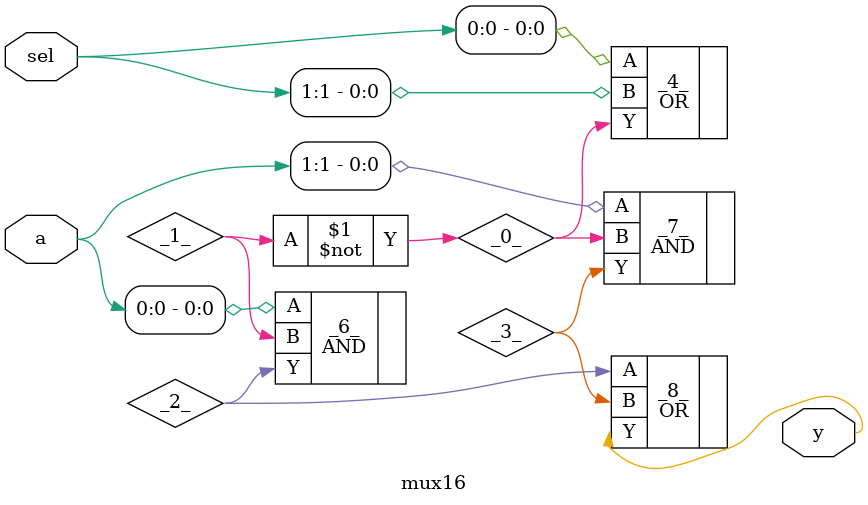
<source format=v>
/* Generated by Yosys 0.41+83 (git sha1 7045cf509, x86_64-w64-mingw32-g++ 13.2.1 -Os) */

/* cells_not_processed =  1  */
/* src = "mux16.v:2.1-12.10" */
module mux16(a, sel, y);
  wire _0_;
  wire _1_;
  wire _2_;
  wire _3_;
  /* src = "mux16.v:2.27-2.28" */
  input [1:0] a;
  wire [1:0] a;
  /* src = "mux16.v:2.30-2.33" */
  input [1:0] sel;
  wire [1:0] sel;
  /* src = "mux16.v:3.32-3.33" */
  output y;
  wire y;
  OR _4_ (
    .A(sel[0]),
    .B(sel[1]),
    .Y(_0_)
  );
  not _5_ (
    .A(_0_),
    .Y(_1_)
  );
  AND _6_ (
    .A(a[0]),
    .B(_1_),
    .Y(_2_)
  );
  AND _7_ (
    .A(a[1]),
    .B(_0_),
    .Y(_3_)
  );
  OR _8_ (
    .A(_2_),
    .B(_3_),
    .Y(y)
  );
endmodule

</source>
